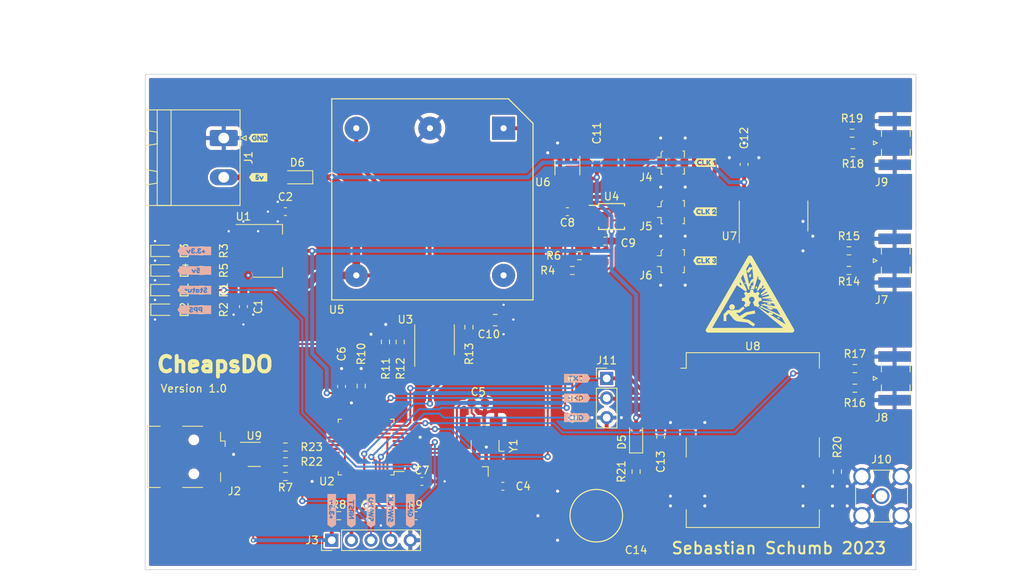
<source format=kicad_pcb>
(kicad_pcb (version 20221018) (generator pcbnew)

  (general
    (thickness 1.6)
  )

  (paper "A4")
  (layers
    (0 "F.Cu" signal)
    (31 "B.Cu" signal)
    (32 "B.Adhes" user "B.Adhesive")
    (33 "F.Adhes" user "F.Adhesive")
    (34 "B.Paste" user)
    (35 "F.Paste" user)
    (36 "B.SilkS" user "B.Silkscreen")
    (37 "F.SilkS" user "F.Silkscreen")
    (38 "B.Mask" user)
    (39 "F.Mask" user)
    (40 "Dwgs.User" user "User.Drawings")
    (41 "Cmts.User" user "User.Comments")
    (42 "Eco1.User" user "User.Eco1")
    (43 "Eco2.User" user "User.Eco2")
    (44 "Edge.Cuts" user)
    (45 "Margin" user)
    (46 "B.CrtYd" user "B.Courtyard")
    (47 "F.CrtYd" user "F.Courtyard")
    (48 "B.Fab" user)
    (49 "F.Fab" user)
    (50 "User.1" user)
    (51 "User.2" user)
    (52 "User.3" user)
    (53 "User.4" user)
    (54 "User.5" user)
    (55 "User.6" user)
    (56 "User.7" user)
    (57 "User.8" user)
    (58 "User.9" user)
  )

  (setup
    (pad_to_mask_clearance 0)
    (pcbplotparams
      (layerselection 0x00010fc_ffffffff)
      (plot_on_all_layers_selection 0x0000000_00000000)
      (disableapertmacros false)
      (usegerberextensions false)
      (usegerberattributes true)
      (usegerberadvancedattributes true)
      (creategerberjobfile true)
      (dashed_line_dash_ratio 12.000000)
      (dashed_line_gap_ratio 3.000000)
      (svgprecision 4)
      (plotframeref false)
      (viasonmask false)
      (mode 1)
      (useauxorigin false)
      (hpglpennumber 1)
      (hpglpenspeed 20)
      (hpglpendiameter 15.000000)
      (dxfpolygonmode true)
      (dxfimperialunits true)
      (dxfusepcbnewfont true)
      (psnegative false)
      (psa4output false)
      (plotreference true)
      (plotvalue true)
      (plotinvisibletext false)
      (sketchpadsonfab false)
      (subtractmaskfromsilk false)
      (outputformat 1)
      (mirror false)
      (drillshape 1)
      (scaleselection 1)
      (outputdirectory "")
    )
  )

  (net 0 "")
  (net 1 "+5V")
  (net 2 "GND")
  (net 3 "+3.3V")
  (net 4 "NRST")
  (net 5 "Net-(U2-PD0)")
  (net 6 "Net-(U2-PD1)")
  (net 7 "Net-(U3B-+)")
  (net 8 "Net-(U4-XA)")
  (net 9 "Net-(U8-V_BCKP)")
  (net 10 "Net-(D1-A)")
  (net 11 "unconnected-(J2-VBUS-Pad1)")
  (net 12 "Net-(J2-D-)")
  (net 13 "Net-(J2-D+)")
  (net 14 "unconnected-(J2-ID-Pad4)")
  (net 15 "SWDIO")
  (net 16 "SWCLK")
  (net 17 "Net-(J4-In)")
  (net 18 "Net-(J5-In)")
  (net 19 "Net-(J6-In)")
  (net 20 "Net-(J7-In)")
  (net 21 "Net-(J8-In)")
  (net 22 "Net-(J9-In)")
  (net 23 "Net-(J10-In)")
  (net 24 "GPS-TXD")
  (net 25 "GPS-RXD")
  (net 26 "USB-D+")
  (net 27 "USB-D-")
  (net 28 "/BOOT1")
  (net 29 "STATUS_LED")
  (net 30 "/BOOT0")
  (net 31 "Net-(U3A--)")
  (net 32 "Net-(R14-Pad2)")
  (net 33 "Net-(R15-Pad2)")
  (net 34 "Net-(R16-Pad2)")
  (net 35 "Net-(U8-V_ANT)")
  (net 36 "Net-(U8-VCC_RF)")
  (net 37 "unconnected-(U2-VBAT-Pad1)")
  (net 38 "unconnected-(U2-PC14-Pad3)")
  (net 39 "unconnected-(U2-PC15-Pad4)")
  (net 40 "10MHz")
  (net 41 "PPS")
  (net 42 "unconnected-(U2-PA4-Pad14)")
  (net 43 "unconnected-(U2-PA5-Pad15)")
  (net 44 "unconnected-(U2-PA7-Pad17)")
  (net 45 "unconnected-(U2-PB0-Pad18)")
  (net 46 "unconnected-(U2-PB1-Pad19)")
  (net 47 "unconnected-(U2-PB10-Pad21)")
  (net 48 "unconnected-(U2-PB11-Pad22)")
  (net 49 "unconnected-(U2-PB12-Pad25)")
  (net 50 "unconnected-(U2-PB13-Pad26)")
  (net 51 "unconnected-(U2-PB14-Pad27)")
  (net 52 "unconnected-(U2-PB15-Pad28)")
  (net 53 "unconnected-(U2-PA8-Pad29)")
  (net 54 "unconnected-(U2-PA9-Pad30)")
  (net 55 "unconnected-(U2-PA10-Pad31)")
  (net 56 "unconnected-(U2-PA15-Pad38)")
  (net 57 "unconnected-(U2-PB3-Pad39)")
  (net 58 "unconnected-(U2-PB4-Pad40)")
  (net 59 "unconnected-(U2-PB5-Pad41)")
  (net 60 "Net-(D3-A)")
  (net 61 "unconnected-(U2-PB7-Pad43)")
  (net 62 "FEC-PWM")
  (net 63 "Net-(U3B--)")
  (net 64 "unconnected-(U4-XB-Pad3)")
  (net 65 "SCL")
  (net 66 "SDA")
  (net 67 "Net-(U5-Out)")
  (net 68 "unconnected-(U5-VRef-Pad4)")
  (net 69 "unconnected-(U8-SDA2-Pad1)")
  (net 70 "unconnected-(U8-SCL2-Pad2)")
  (net 71 "unconnected-(U8-NC-Pad5)")
  (net 72 "unconnected-(U8-VCC_OUT-Pad8)")
  (net 73 "unconnected-(U8-NC-Pad9)")
  (net 74 "unconnected-(U8-RESET-Pad10)")
  (net 75 "unconnected-(U8-Reserved-Pad12)")
  (net 76 "unconnected-(U8-AADET_N-Pad20)")
  (net 77 "unconnected-(U8-Reserved-Pad21)")
  (net 78 "unconnected-(U8-Reserved-Pad22)")
  (net 79 "unconnected-(U8-Reserved-Pad23)")
  (net 80 "unconnected-(U8-VDDUSB-Pad24)")
  (net 81 "unconnected-(U8-USB_DM-Pad25)")
  (net 82 "unconnected-(U8-USB_DP-Pad26)")
  (net 83 "unconnected-(U8-EXTINT0-Pad27)")
  (net 84 "unconnected-(U6-NC-Pad1)")
  (net 85 "Net-(D4-A)")
  (net 86 "Net-(D2-A)")
  (net 87 "Net-(D5-K)")
  (net 88 "Net-(R12-Pad1)")
  (net 89 "Net-(R17-Pad2)")
  (net 90 "Net-(R18-Pad2)")
  (net 91 "Net-(R19-Pad2)")
  (net 92 "Net-(R22-Pad1)")
  (net 93 "Net-(R23-Pad2)")
  (net 94 "Net-(D6-A)")

  (footprint "Capacitor_SMD:C_0603_1608Metric_Pad1.08x0.95mm_HandSolder" (layer "F.Cu") (at 173.2575 129.54))

  (footprint "Resistor_SMD:R_0603_1608Metric_Pad0.98x0.95mm_HandSolder" (layer "F.Cu") (at 158.075 110.8475 90))

  (footprint "Connector_Coaxial:SMA_Amphenol_901-144_Vertical" (layer "F.Cu") (at 222.25 130.81))

  (footprint "Capacitor_SMD:C_0603_1608Metric_Pad1.08x0.95mm_HandSolder" (layer "F.Cu") (at 139.7 106.2725 -90))

  (footprint "Resistor_SMD:R_0603_1608Metric_Pad0.98x0.95mm_HandSolder" (layer "F.Cu") (at 145.1375 128.27 180))

  (footprint "Package_TO_SOT_SMD:SOT-23-5_HandSoldering" (layer "F.Cu") (at 181.61 88.345 -90))

  (footprint "Resistor_SMD:R_0603_1608Metric_Pad0.98x0.95mm_HandSolder" (layer "F.Cu") (at 218.5435 86.36 180))

  (footprint "kibuzzard-657B4005" (layer "F.Cu") (at 199.39 93.98))

  (footprint "Capacitor_SMD:C_0603_1608Metric_Pad1.08x0.95mm_HandSolder" (layer "F.Cu") (at 155.9295 133.35))

  (footprint "Capacitor_SMD:C_0603_1608Metric_Pad1.08x0.95mm_HandSolder" (layer "F.Cu") (at 185.42 87.4025 -90))

  (footprint "Connector_Coaxial:U.FL_Molex_MCRF_73412-0110_Vertical" (layer "F.Cu") (at 195.24 87.63 -90))

  (footprint "Connector_USB:USB_Mini-B_Wuerth_65100516121_Horizontal" (layer "F.Cu") (at 133.29 125.73 -90))

  (footprint "Resistor_SMD:R_0603_1608Metric_Pad0.98x0.95mm_HandSolder" (layer "F.Cu") (at 152.0425 133.35))

  (footprint "kibuzzard-657B3F8B" (layer "F.Cu") (at 141.605 84.455))

  (footprint "LED_SMD:LED_0603_1608Metric_Pad1.05x0.95mm_HandSolder" (layer "F.Cu") (at 129.3745 104.14))

  (footprint "Resistor_SMD:R_0603_1608Metric_Pad0.98x0.95mm_HandSolder" (layer "F.Cu") (at 159.98 110.8475 -90))

  (footprint "Resistor_SMD:R_0603_1608Metric_Pad0.98x0.95mm_HandSolder" (layer "F.Cu") (at 218.0355 101.6 180))

  (footprint "Connector_Coaxial:SMA_Samtec_SMA-J-P-X-ST-EM1_EdgeMount" (layer "F.Cu") (at 223.9375 100.33 90))

  (footprint "Resistor_SMD:R_0603_1608Metric_Pad0.98x0.95mm_HandSolder" (layer "F.Cu") (at 161.925 133.35))

  (footprint "Capacitor_SMD:C_0603_1608Metric_Pad1.08x0.95mm_HandSolder" (layer "F.Cu") (at 145.1375 93.98 180))

  (footprint "Resistor_SMD:R_0603_1608Metric_Pad0.98x0.95mm_HandSolder" (layer "F.Cu") (at 134.2625 99.06 180))

  (footprint "kibuzzard-657E12EE" (layer "F.Cu") (at 182.88 118.11))

  (footprint "Capacitor_SMD:C_0603_1608Metric_Pad1.08x0.95mm_HandSolder" (layer "F.Cu") (at 204.47 87.8575 90))

  (footprint "Resistor_SMD:R_0603_1608Metric_Pad0.98x0.95mm_HandSolder" (layer "F.Cu") (at 218.7975 116.84 180))

  (footprint "Connector_Phoenix_MSTB:PhoenixContact_MSTBA_2,5_2-G-5,08_1x02_P5.08mm_Horizontal" (layer "F.Cu") (at 137.16 84.455 -90))

  (footprint "Diode_SMD:D_SOD-323_HandSoldering" (layer "F.Cu") (at 146.665 89.535 180))

  (footprint "Connector_PinHeader_2.54mm:PinHeader_1x03_P2.54mm_Vertical" (layer "F.Cu") (at 186.69 115.57))

  (footprint "Resistor_SMD:R_0603_1608Metric_Pad0.98x0.95mm_HandSolder" (layer "F.Cu") (at 134.2625 106.68 180))

  (footprint "Package_TO_SOT_SMD:SOT-23-6" (layer "F.Cu") (at 141.1025 125.41))

  (footprint "Resistor_SMD:R_0603_1608Metric_Pad0.98x0.95mm_HandSolder" (layer "F.Cu") (at 218.44 83.82 180))

  (footprint "Connector_PinHeader_2.54mm:PinHeader_1x05_P2.54mm_Vertical" (layer "F.Cu") (at 151.13 136.525 90))

  (footprint "Crystal:Crystal_SMD_EuroQuartz_MJ-4Pin_5.0x3.2mm_HandSoldering" (layer "F.Cu") (at 170.97 124.305 90))

  (footprint "Diode_SMD:D_SOD-323_HandSoldering" (layer "F.Cu") (at 190.5 123.21 90))

  (footprint "DMS3R3224RF:DMS3R3224RF" (layer "F.Cu") (at 185.35 133.35 -90))

  (footprint "Capacitor_SMD:C_0603_1608Metric_Pad1.08x0.95mm_HandSolder" (layer "F.Cu") (at 181.61 93.98 180))

  (footprint "Capacitor_SMD:C_0603_1608Metric_Pad1.08x0.95mm_HandSolder" (layer "F.Cu") (at 193.675 123.19 -90))

  (footprint "Resistor_SMD:R_0603_1608Metric_Pad0.98x0.95mm_HandSolder" (layer "F.Cu") (at 134.2625 104.14 180))

  (footprint "Package_SO:SO-14_3.9x8.65mm_P1.27mm" (layer "F.Cu") (at 208.28 94.55 90))

  (footprint "Resistor_SMD:R_0603_1608Metric_Pad0.98x0.95mm_HandSolder" (layer "F.Cu") (at 168.87 108.9425 -90))

  (footprint "Resistor_SMD:R_0603_1608Metric_Pad0.98x0.95mm_HandSolder" (layer "F.Cu") (at 145.1375 126.365))

  (footprint "Connector_Coaxial:SMA_Samtec_SMA-J-P-X-ST-EM1_EdgeMount" (layer "F.Cu") (at 223.9375 115.57 90))

  (footprint "LED_SMD:LED_0603_1608Metric_Pad1.05x0.95mm_HandSolder" (layer "F.Cu") (at 129.3875 99.06))

  (footprint "Package_TO_SOT_SMD:SOT-223-3_TabPin2" (layer "F.Cu") (at 142.85 99.06))

  (footprint "LED_SMD:LED_0603_1608Metric_Pad1.05x0.95mm_HandSolder" (layer "F.Cu") (at 129.3875 101.6))

  (footprint "kibuzzard-657E12F7" (layer "F.Cu") (at 182.88 115.57))

  (footprint "kibuzzard-657B3F6D" (layer "F.Cu")
    (tstamp a3603f68-af94-44b5-8ce6-52ffd05d5c56)
    (at 141.605 89.535)
    (descr "Generated with KiBuzzard")
    (tags "kb_params=eyJBbGlnbm1lbnRDaG9pY2UiOiAiQ2VudGVyIiwgIkNhcExlZnRDaG9pY2UiOiAiPCIsICJDYXBSaWdodENob2ljZSI6ICJdIiwgIkZvbnRDb21ib0JveCI6ICJGcmVkb2thT25lIiwgIkhlaWdodEN0cmwiOiAiMC42IiwgIkxheWVyQ29tYm9Cb3giOiAiRi5TaWxrUyIsICJNdWx0aUxpbmVUZXh0IjogIjV2IiwgIlBhZGRpbmdCb3R0b21DdHJsIjogIjUiLCAiUGFkZGluZ0xlZnRDdHJsIjogIjEiLCAiUGFkZGluZ1JpZ2h0Q3RybCI6ICIxIiwgIlBhZGRpbmdUb3BDdHJsIjogIjUiLCAiV2lkdGhDdHJsIjogIjIifQ==")
    (attr board_only exclude_from_pos_files exclude_from_bom)
    (fp_text reference "kibuzzard-657B3F6D" (at 0 -3.603149) (layer "F.SilkS") hide
        (effects (font (size 0 0) (thickness 0.15)))
      (tstamp b4b975f6-9bb0-4be2-aa4c-39688263f0ca)
    )
    (fp_text value "G***" (at 0 3.603149) (layer "F.SilkS") hide
        (effects (font (size 0 0) (thickness 0.15)))
      (tstamp 22feddd7-8a1a-4759-9f28-6379f753c325)
    )
    (fp_poly
      (pts
        (xy -0.774892 -0.555149)
        (xy -0.814579 -0.555149)
        (xy -1.184678 0)
        (xy -0.814579 0.555149)
        (xy -0.774892 0.555149)
        (xy -0.129275 0.555149)
        (xy -0.129275 0.356711)
        (xy -0.186425 0.351737)
        (xy -0.239765 0.336815)
        (xy -0.289295 0.311944)
        (xy -0.313108 0.293846)
        (xy -0.320728 0.287179)
        (xy -0.356923 0.230029)
        (xy -0.32168 0.168116)
        (xy -0.266435 0.136684)
        (xy -0.202618 0.167164)
        (xy -0.143087 0.187166)
        (xy -0.080222 0.169069)
        (xy -0.059743 0.119063)
        (xy -0.082127 0.06858)
        (xy -0.133085 0.050006)
        (xy -0.178805 0.067151)
        (xy -0.230717 
... [1324429 chars truncated]
</source>
